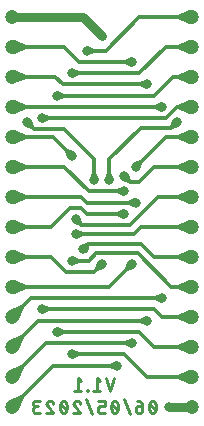
<source format=gbr>
G04 EAGLE Gerber RS-274X export*
G75*
%MOMM*%
%FSLAX34Y34*%
%LPD*%
%INBottom Copper*%
%IPPOS*%
%AMOC8*
5,1,8,0,0,1.08239X$1,22.5*%
G01*
%ADD10C,0.228600*%
%ADD11C,0.800000*%
%ADD12C,0.800000*%
%ADD13C,1.200000*%
%ADD14C,0.304800*%


D10*
X121892Y12700D02*
X121890Y12905D01*
X121882Y13110D01*
X121870Y13314D01*
X121853Y13518D01*
X121831Y13722D01*
X121804Y13925D01*
X121772Y14128D01*
X121736Y14329D01*
X121695Y14530D01*
X121649Y14729D01*
X121598Y14928D01*
X121542Y15125D01*
X121482Y15321D01*
X121417Y15515D01*
X121348Y15708D01*
X121274Y15899D01*
X121195Y16088D01*
X121112Y16275D01*
X121024Y16461D01*
X121024Y16460D02*
X120993Y16546D01*
X120958Y16631D01*
X120919Y16714D01*
X120876Y16795D01*
X120831Y16874D01*
X120782Y16952D01*
X120729Y17027D01*
X120674Y17100D01*
X120615Y17170D01*
X120554Y17238D01*
X120489Y17303D01*
X120422Y17365D01*
X120353Y17425D01*
X120280Y17481D01*
X120206Y17534D01*
X120129Y17584D01*
X120050Y17631D01*
X119970Y17674D01*
X119887Y17714D01*
X119803Y17750D01*
X119717Y17783D01*
X119631Y17812D01*
X119542Y17837D01*
X119453Y17858D01*
X119364Y17876D01*
X119273Y17889D01*
X119182Y17899D01*
X119091Y17905D01*
X118999Y17907D01*
X118907Y17905D01*
X118816Y17899D01*
X118725Y17889D01*
X118634Y17876D01*
X118545Y17858D01*
X118456Y17837D01*
X118367Y17812D01*
X118281Y17783D01*
X118195Y17750D01*
X118111Y17714D01*
X118028Y17674D01*
X117948Y17631D01*
X117869Y17584D01*
X117792Y17534D01*
X117718Y17481D01*
X117645Y17425D01*
X117576Y17365D01*
X117509Y17303D01*
X117444Y17238D01*
X117383Y17170D01*
X117324Y17100D01*
X117269Y17027D01*
X117216Y16952D01*
X117167Y16874D01*
X117122Y16795D01*
X117079Y16714D01*
X117040Y16631D01*
X117005Y16546D01*
X116974Y16460D01*
X116974Y16461D02*
X116886Y16275D01*
X116803Y16088D01*
X116724Y15899D01*
X116650Y15708D01*
X116581Y15515D01*
X116516Y15321D01*
X116456Y15125D01*
X116400Y14928D01*
X116349Y14729D01*
X116303Y14530D01*
X116262Y14329D01*
X116226Y14128D01*
X116194Y13925D01*
X116167Y13722D01*
X116145Y13518D01*
X116128Y13314D01*
X116116Y13110D01*
X116108Y12905D01*
X116106Y12700D01*
X121892Y12700D02*
X121890Y12495D01*
X121882Y12290D01*
X121870Y12086D01*
X121853Y11882D01*
X121831Y11678D01*
X121804Y11475D01*
X121772Y11273D01*
X121736Y11071D01*
X121695Y10870D01*
X121649Y10671D01*
X121598Y10472D01*
X121542Y10275D01*
X121482Y10079D01*
X121417Y9885D01*
X121348Y9692D01*
X121274Y9501D01*
X121195Y9312D01*
X121112Y9125D01*
X121024Y8939D01*
X121024Y8940D02*
X120993Y8854D01*
X120958Y8769D01*
X120919Y8686D01*
X120876Y8605D01*
X120831Y8526D01*
X120782Y8448D01*
X120729Y8373D01*
X120674Y8300D01*
X120615Y8230D01*
X120554Y8162D01*
X120489Y8097D01*
X120422Y8035D01*
X120353Y7975D01*
X120280Y7919D01*
X120206Y7866D01*
X120129Y7816D01*
X120050Y7769D01*
X119970Y7726D01*
X119887Y7686D01*
X119803Y7650D01*
X119717Y7617D01*
X119631Y7588D01*
X119542Y7563D01*
X119453Y7542D01*
X119364Y7524D01*
X119273Y7511D01*
X119182Y7501D01*
X119091Y7495D01*
X118999Y7493D01*
X116974Y8939D02*
X116886Y9125D01*
X116803Y9312D01*
X116724Y9501D01*
X116650Y9692D01*
X116581Y9885D01*
X116516Y10079D01*
X116456Y10275D01*
X116400Y10472D01*
X116349Y10671D01*
X116303Y10870D01*
X116262Y11071D01*
X116226Y11273D01*
X116194Y11475D01*
X116167Y11678D01*
X116145Y11882D01*
X116128Y12086D01*
X116116Y12290D01*
X116108Y12495D01*
X116106Y12700D01*
X116974Y8940D02*
X117005Y8854D01*
X117040Y8769D01*
X117079Y8686D01*
X117122Y8605D01*
X117167Y8526D01*
X117216Y8448D01*
X117269Y8373D01*
X117324Y8300D01*
X117383Y8230D01*
X117444Y8162D01*
X117509Y8097D01*
X117576Y8035D01*
X117645Y7975D01*
X117718Y7919D01*
X117792Y7866D01*
X117869Y7816D01*
X117948Y7769D01*
X118028Y7726D01*
X118111Y7686D01*
X118195Y7650D01*
X118281Y7617D01*
X118367Y7588D01*
X118456Y7563D01*
X118545Y7542D01*
X118634Y7524D01*
X118725Y7511D01*
X118816Y7501D01*
X118907Y7495D01*
X118999Y7493D01*
X121313Y9807D02*
X116685Y15593D01*
X110462Y13279D02*
X106990Y13279D01*
X106990Y13278D02*
X106894Y13276D01*
X106799Y13270D01*
X106704Y13260D01*
X106609Y13246D01*
X106515Y13229D01*
X106422Y13207D01*
X106330Y13182D01*
X106239Y13153D01*
X106149Y13120D01*
X106060Y13083D01*
X105974Y13043D01*
X105889Y12999D01*
X105806Y12952D01*
X105724Y12901D01*
X105645Y12847D01*
X105569Y12790D01*
X105494Y12730D01*
X105423Y12666D01*
X105354Y12600D01*
X105288Y12531D01*
X105224Y12460D01*
X105164Y12385D01*
X105107Y12309D01*
X105053Y12230D01*
X105002Y12149D01*
X104955Y12065D01*
X104911Y11980D01*
X104871Y11894D01*
X104834Y11805D01*
X104801Y11715D01*
X104772Y11624D01*
X104747Y11532D01*
X104725Y11439D01*
X104708Y11345D01*
X104694Y11250D01*
X104684Y11155D01*
X104678Y11060D01*
X104676Y10964D01*
X104676Y10386D01*
X104678Y10279D01*
X104684Y10172D01*
X104694Y10066D01*
X104708Y9960D01*
X104725Y9854D01*
X104747Y9750D01*
X104772Y9646D01*
X104802Y9543D01*
X104835Y9441D01*
X104871Y9341D01*
X104912Y9242D01*
X104956Y9145D01*
X105004Y9049D01*
X105055Y8955D01*
X105109Y8863D01*
X105167Y8773D01*
X105229Y8686D01*
X105293Y8600D01*
X105360Y8517D01*
X105431Y8437D01*
X105505Y8359D01*
X105581Y8284D01*
X105660Y8212D01*
X105741Y8143D01*
X105826Y8077D01*
X105912Y8014D01*
X106001Y7955D01*
X106092Y7899D01*
X106185Y7846D01*
X106279Y7796D01*
X106376Y7750D01*
X106474Y7708D01*
X106574Y7670D01*
X106675Y7635D01*
X106777Y7603D01*
X106881Y7576D01*
X106985Y7553D01*
X107090Y7533D01*
X107196Y7517D01*
X107302Y7505D01*
X107409Y7497D01*
X107516Y7493D01*
X107622Y7493D01*
X107729Y7497D01*
X107836Y7505D01*
X107942Y7517D01*
X108048Y7533D01*
X108153Y7553D01*
X108257Y7576D01*
X108361Y7603D01*
X108463Y7635D01*
X108564Y7670D01*
X108664Y7708D01*
X108762Y7750D01*
X108859Y7796D01*
X108953Y7846D01*
X109046Y7899D01*
X109137Y7955D01*
X109226Y8014D01*
X109312Y8077D01*
X109397Y8143D01*
X109478Y8212D01*
X109557Y8284D01*
X109633Y8359D01*
X109707Y8437D01*
X109778Y8517D01*
X109845Y8600D01*
X109909Y8686D01*
X109971Y8773D01*
X110029Y8863D01*
X110083Y8955D01*
X110134Y9049D01*
X110182Y9145D01*
X110226Y9242D01*
X110267Y9341D01*
X110303Y9441D01*
X110336Y9543D01*
X110366Y9646D01*
X110391Y9750D01*
X110413Y9854D01*
X110430Y9960D01*
X110444Y10066D01*
X110454Y10172D01*
X110460Y10279D01*
X110462Y10386D01*
X110462Y13279D01*
X110461Y13279D02*
X110459Y13414D01*
X110453Y13548D01*
X110443Y13682D01*
X110430Y13816D01*
X110412Y13950D01*
X110391Y14083D01*
X110365Y14215D01*
X110336Y14346D01*
X110303Y14477D01*
X110267Y14606D01*
X110226Y14735D01*
X110182Y14862D01*
X110134Y14988D01*
X110083Y15112D01*
X110027Y15235D01*
X109969Y15356D01*
X109907Y15475D01*
X109841Y15593D01*
X109772Y15709D01*
X109700Y15822D01*
X109624Y15934D01*
X109545Y16043D01*
X109463Y16149D01*
X109378Y16254D01*
X109290Y16356D01*
X109199Y16455D01*
X109105Y16551D01*
X109009Y16645D01*
X108910Y16736D01*
X108808Y16824D01*
X108703Y16909D01*
X108597Y16991D01*
X108488Y17070D01*
X108376Y17146D01*
X108263Y17218D01*
X108147Y17287D01*
X108029Y17353D01*
X107910Y17415D01*
X107789Y17473D01*
X107666Y17529D01*
X107542Y17580D01*
X107416Y17628D01*
X107289Y17672D01*
X107160Y17713D01*
X107031Y17749D01*
X106900Y17782D01*
X106769Y17811D01*
X106637Y17837D01*
X106504Y17858D01*
X106370Y17876D01*
X106236Y17889D01*
X106102Y17899D01*
X105968Y17905D01*
X105833Y17907D01*
X94968Y19064D02*
X99596Y6336D01*
X89888Y12700D02*
X89886Y12905D01*
X89878Y13110D01*
X89866Y13314D01*
X89849Y13518D01*
X89827Y13722D01*
X89800Y13925D01*
X89768Y14128D01*
X89732Y14329D01*
X89691Y14530D01*
X89645Y14729D01*
X89594Y14928D01*
X89538Y15125D01*
X89478Y15321D01*
X89413Y15515D01*
X89344Y15708D01*
X89270Y15899D01*
X89191Y16088D01*
X89108Y16275D01*
X89020Y16461D01*
X89020Y16460D02*
X88989Y16546D01*
X88954Y16631D01*
X88915Y16714D01*
X88872Y16795D01*
X88827Y16874D01*
X88778Y16952D01*
X88725Y17027D01*
X88670Y17100D01*
X88611Y17170D01*
X88550Y17238D01*
X88485Y17303D01*
X88418Y17365D01*
X88349Y17425D01*
X88276Y17481D01*
X88202Y17534D01*
X88125Y17584D01*
X88046Y17631D01*
X87966Y17674D01*
X87883Y17714D01*
X87799Y17750D01*
X87713Y17783D01*
X87627Y17812D01*
X87538Y17837D01*
X87449Y17858D01*
X87360Y17876D01*
X87269Y17889D01*
X87178Y17899D01*
X87087Y17905D01*
X86995Y17907D01*
X86903Y17905D01*
X86812Y17899D01*
X86721Y17889D01*
X86630Y17876D01*
X86541Y17858D01*
X86452Y17837D01*
X86363Y17812D01*
X86277Y17783D01*
X86191Y17750D01*
X86107Y17714D01*
X86024Y17674D01*
X85944Y17631D01*
X85865Y17584D01*
X85788Y17534D01*
X85714Y17481D01*
X85641Y17425D01*
X85572Y17365D01*
X85505Y17303D01*
X85440Y17238D01*
X85379Y17170D01*
X85320Y17100D01*
X85265Y17027D01*
X85212Y16952D01*
X85163Y16874D01*
X85118Y16795D01*
X85075Y16714D01*
X85036Y16631D01*
X85001Y16546D01*
X84970Y16460D01*
X84970Y16461D02*
X84882Y16275D01*
X84799Y16088D01*
X84720Y15899D01*
X84646Y15708D01*
X84577Y15515D01*
X84512Y15321D01*
X84452Y15125D01*
X84396Y14928D01*
X84345Y14729D01*
X84299Y14530D01*
X84258Y14329D01*
X84222Y14128D01*
X84190Y13925D01*
X84163Y13722D01*
X84141Y13518D01*
X84124Y13314D01*
X84112Y13110D01*
X84104Y12905D01*
X84102Y12700D01*
X89888Y12700D02*
X89886Y12495D01*
X89878Y12290D01*
X89866Y12086D01*
X89849Y11882D01*
X89827Y11678D01*
X89800Y11475D01*
X89768Y11273D01*
X89732Y11071D01*
X89691Y10870D01*
X89645Y10671D01*
X89594Y10472D01*
X89538Y10275D01*
X89478Y10079D01*
X89413Y9885D01*
X89344Y9692D01*
X89270Y9501D01*
X89191Y9312D01*
X89108Y9125D01*
X89020Y8939D01*
X89020Y8940D02*
X88989Y8854D01*
X88954Y8769D01*
X88915Y8686D01*
X88872Y8605D01*
X88827Y8526D01*
X88778Y8448D01*
X88725Y8373D01*
X88670Y8300D01*
X88611Y8230D01*
X88550Y8162D01*
X88485Y8097D01*
X88418Y8035D01*
X88349Y7975D01*
X88276Y7919D01*
X88202Y7866D01*
X88125Y7816D01*
X88046Y7769D01*
X87966Y7726D01*
X87883Y7686D01*
X87799Y7650D01*
X87713Y7617D01*
X87627Y7588D01*
X87538Y7563D01*
X87449Y7542D01*
X87360Y7524D01*
X87269Y7511D01*
X87178Y7501D01*
X87087Y7495D01*
X86995Y7493D01*
X84970Y8939D02*
X84882Y9125D01*
X84799Y9312D01*
X84720Y9501D01*
X84646Y9692D01*
X84577Y9885D01*
X84512Y10079D01*
X84452Y10275D01*
X84396Y10472D01*
X84345Y10671D01*
X84299Y10870D01*
X84258Y11071D01*
X84222Y11273D01*
X84190Y11475D01*
X84163Y11678D01*
X84141Y11882D01*
X84124Y12086D01*
X84112Y12290D01*
X84104Y12495D01*
X84102Y12700D01*
X84970Y8940D02*
X85001Y8854D01*
X85036Y8769D01*
X85075Y8686D01*
X85118Y8605D01*
X85163Y8526D01*
X85212Y8448D01*
X85265Y8373D01*
X85320Y8300D01*
X85379Y8230D01*
X85440Y8162D01*
X85505Y8097D01*
X85572Y8035D01*
X85641Y7975D01*
X85714Y7919D01*
X85788Y7866D01*
X85865Y7816D01*
X85944Y7769D01*
X86024Y7726D01*
X86107Y7686D01*
X86191Y7650D01*
X86277Y7617D01*
X86363Y7588D01*
X86452Y7563D01*
X86541Y7542D01*
X86630Y7524D01*
X86721Y7511D01*
X86812Y7501D01*
X86903Y7495D01*
X86995Y7493D01*
X89309Y9807D02*
X84681Y15593D01*
X78458Y7493D02*
X74986Y7493D01*
X74893Y7495D01*
X74800Y7501D01*
X74707Y7510D01*
X74615Y7523D01*
X74523Y7540D01*
X74432Y7560D01*
X74342Y7584D01*
X74253Y7612D01*
X74165Y7643D01*
X74079Y7678D01*
X73994Y7716D01*
X73911Y7758D01*
X73829Y7803D01*
X73749Y7851D01*
X73671Y7903D01*
X73596Y7957D01*
X73523Y8015D01*
X73452Y8075D01*
X73383Y8138D01*
X73317Y8204D01*
X73254Y8273D01*
X73194Y8344D01*
X73136Y8417D01*
X73082Y8492D01*
X73030Y8570D01*
X72982Y8650D01*
X72937Y8732D01*
X72895Y8815D01*
X72857Y8900D01*
X72822Y8986D01*
X72791Y9074D01*
X72763Y9163D01*
X72739Y9253D01*
X72719Y9344D01*
X72702Y9436D01*
X72689Y9528D01*
X72680Y9621D01*
X72674Y9714D01*
X72672Y9807D01*
X72672Y10964D01*
X72674Y11057D01*
X72680Y11150D01*
X72689Y11243D01*
X72702Y11335D01*
X72719Y11427D01*
X72739Y11518D01*
X72763Y11608D01*
X72791Y11697D01*
X72822Y11785D01*
X72857Y11871D01*
X72895Y11956D01*
X72937Y12039D01*
X72982Y12121D01*
X73030Y12201D01*
X73082Y12279D01*
X73136Y12354D01*
X73194Y12427D01*
X73254Y12498D01*
X73317Y12567D01*
X73383Y12633D01*
X73452Y12696D01*
X73523Y12756D01*
X73596Y12814D01*
X73672Y12868D01*
X73749Y12920D01*
X73829Y12968D01*
X73911Y13013D01*
X73994Y13055D01*
X74079Y13093D01*
X74165Y13128D01*
X74253Y13159D01*
X74342Y13187D01*
X74432Y13211D01*
X74523Y13231D01*
X74615Y13248D01*
X74707Y13261D01*
X74800Y13270D01*
X74893Y13276D01*
X74986Y13278D01*
X74986Y13279D02*
X78458Y13279D01*
X78458Y17907D01*
X72672Y17907D01*
X62964Y19064D02*
X67592Y6336D01*
X54702Y17908D02*
X54602Y17906D01*
X54503Y17900D01*
X54403Y17891D01*
X54305Y17877D01*
X54206Y17860D01*
X54109Y17840D01*
X54012Y17815D01*
X53916Y17787D01*
X53822Y17755D01*
X53729Y17719D01*
X53637Y17680D01*
X53547Y17638D01*
X53458Y17592D01*
X53371Y17542D01*
X53287Y17490D01*
X53204Y17434D01*
X53123Y17375D01*
X53045Y17313D01*
X52969Y17248D01*
X52896Y17180D01*
X52826Y17110D01*
X52758Y17037D01*
X52693Y16961D01*
X52631Y16883D01*
X52572Y16802D01*
X52516Y16719D01*
X52464Y16635D01*
X52414Y16548D01*
X52368Y16459D01*
X52326Y16369D01*
X52287Y16277D01*
X52251Y16184D01*
X52219Y16090D01*
X52191Y15994D01*
X52166Y15897D01*
X52146Y15800D01*
X52129Y15701D01*
X52115Y15603D01*
X52106Y15503D01*
X52100Y15404D01*
X52098Y15304D01*
X54702Y17907D02*
X54816Y17905D01*
X54929Y17899D01*
X55042Y17890D01*
X55155Y17876D01*
X55268Y17859D01*
X55379Y17838D01*
X55490Y17813D01*
X55600Y17784D01*
X55709Y17752D01*
X55817Y17716D01*
X55924Y17676D01*
X56029Y17633D01*
X56132Y17586D01*
X56234Y17535D01*
X56334Y17482D01*
X56433Y17424D01*
X56529Y17364D01*
X56623Y17300D01*
X56715Y17233D01*
X56805Y17163D01*
X56892Y17090D01*
X56977Y17015D01*
X57059Y16936D01*
X57138Y16854D01*
X57214Y16770D01*
X57288Y16684D01*
X57359Y16595D01*
X57426Y16503D01*
X57491Y16409D01*
X57552Y16314D01*
X57610Y16216D01*
X57664Y16116D01*
X57715Y16014D01*
X57763Y15911D01*
X57807Y15806D01*
X57847Y15700D01*
X57884Y15593D01*
X52966Y13279D02*
X52893Y13351D01*
X52822Y13426D01*
X52755Y13504D01*
X52690Y13584D01*
X52628Y13666D01*
X52569Y13750D01*
X52514Y13837D01*
X52461Y13926D01*
X52412Y14016D01*
X52366Y14108D01*
X52324Y14202D01*
X52285Y14298D01*
X52250Y14394D01*
X52218Y14492D01*
X52190Y14591D01*
X52166Y14691D01*
X52145Y14792D01*
X52128Y14894D01*
X52115Y14996D01*
X52106Y15098D01*
X52100Y15201D01*
X52098Y15304D01*
X52966Y13279D02*
X57884Y7493D01*
X52098Y7493D01*
X46454Y12700D02*
X46452Y12905D01*
X46444Y13110D01*
X46432Y13314D01*
X46415Y13518D01*
X46393Y13722D01*
X46366Y13925D01*
X46334Y14128D01*
X46298Y14329D01*
X46257Y14530D01*
X46211Y14729D01*
X46160Y14928D01*
X46104Y15125D01*
X46044Y15321D01*
X45979Y15515D01*
X45910Y15708D01*
X45836Y15899D01*
X45757Y16088D01*
X45674Y16275D01*
X45586Y16461D01*
X45586Y16460D02*
X45555Y16546D01*
X45520Y16631D01*
X45481Y16714D01*
X45438Y16795D01*
X45393Y16874D01*
X45344Y16952D01*
X45291Y17027D01*
X45236Y17100D01*
X45177Y17170D01*
X45116Y17238D01*
X45051Y17303D01*
X44984Y17365D01*
X44915Y17425D01*
X44842Y17481D01*
X44768Y17534D01*
X44691Y17584D01*
X44612Y17631D01*
X44532Y17674D01*
X44449Y17714D01*
X44365Y17750D01*
X44279Y17783D01*
X44193Y17812D01*
X44104Y17837D01*
X44015Y17858D01*
X43926Y17876D01*
X43835Y17889D01*
X43744Y17899D01*
X43653Y17905D01*
X43561Y17907D01*
X43469Y17905D01*
X43378Y17899D01*
X43287Y17889D01*
X43196Y17876D01*
X43107Y17858D01*
X43018Y17837D01*
X42929Y17812D01*
X42843Y17783D01*
X42757Y17750D01*
X42673Y17714D01*
X42590Y17674D01*
X42510Y17631D01*
X42431Y17584D01*
X42354Y17534D01*
X42280Y17481D01*
X42207Y17425D01*
X42138Y17365D01*
X42071Y17303D01*
X42006Y17238D01*
X41945Y17170D01*
X41886Y17100D01*
X41831Y17027D01*
X41778Y16952D01*
X41729Y16874D01*
X41684Y16795D01*
X41641Y16714D01*
X41602Y16631D01*
X41567Y16546D01*
X41536Y16460D01*
X41536Y16461D02*
X41448Y16275D01*
X41365Y16088D01*
X41286Y15899D01*
X41212Y15708D01*
X41143Y15515D01*
X41078Y15321D01*
X41018Y15125D01*
X40962Y14928D01*
X40911Y14729D01*
X40865Y14530D01*
X40824Y14329D01*
X40788Y14128D01*
X40756Y13925D01*
X40729Y13722D01*
X40707Y13518D01*
X40690Y13314D01*
X40678Y13110D01*
X40670Y12905D01*
X40668Y12700D01*
X46454Y12700D02*
X46452Y12495D01*
X46444Y12290D01*
X46432Y12086D01*
X46415Y11882D01*
X46393Y11678D01*
X46366Y11475D01*
X46334Y11273D01*
X46298Y11071D01*
X46257Y10870D01*
X46211Y10671D01*
X46160Y10472D01*
X46104Y10275D01*
X46044Y10079D01*
X45979Y9885D01*
X45910Y9692D01*
X45836Y9501D01*
X45757Y9312D01*
X45674Y9125D01*
X45586Y8939D01*
X45586Y8940D02*
X45555Y8854D01*
X45520Y8769D01*
X45481Y8686D01*
X45438Y8605D01*
X45393Y8526D01*
X45344Y8448D01*
X45291Y8373D01*
X45236Y8300D01*
X45177Y8230D01*
X45116Y8162D01*
X45051Y8097D01*
X44984Y8035D01*
X44915Y7975D01*
X44842Y7919D01*
X44768Y7866D01*
X44691Y7816D01*
X44612Y7769D01*
X44532Y7726D01*
X44449Y7686D01*
X44365Y7650D01*
X44279Y7617D01*
X44193Y7588D01*
X44104Y7563D01*
X44015Y7542D01*
X43926Y7524D01*
X43835Y7511D01*
X43744Y7501D01*
X43653Y7495D01*
X43561Y7493D01*
X41536Y8939D02*
X41448Y9125D01*
X41365Y9312D01*
X41286Y9501D01*
X41212Y9692D01*
X41143Y9885D01*
X41078Y10079D01*
X41018Y10275D01*
X40962Y10472D01*
X40911Y10671D01*
X40865Y10870D01*
X40824Y11071D01*
X40788Y11273D01*
X40756Y11475D01*
X40729Y11678D01*
X40707Y11882D01*
X40690Y12086D01*
X40678Y12290D01*
X40670Y12495D01*
X40668Y12700D01*
X41536Y8940D02*
X41567Y8854D01*
X41602Y8769D01*
X41641Y8686D01*
X41684Y8605D01*
X41729Y8526D01*
X41778Y8448D01*
X41831Y8373D01*
X41886Y8300D01*
X41945Y8230D01*
X42006Y8162D01*
X42071Y8097D01*
X42138Y8035D01*
X42207Y7975D01*
X42280Y7919D01*
X42354Y7866D01*
X42431Y7816D01*
X42510Y7769D01*
X42590Y7726D01*
X42673Y7686D01*
X42757Y7650D01*
X42843Y7617D01*
X42929Y7588D01*
X43018Y7563D01*
X43107Y7542D01*
X43196Y7524D01*
X43287Y7511D01*
X43378Y7501D01*
X43469Y7495D01*
X43561Y7493D01*
X45875Y9807D02*
X41247Y15593D01*
X31842Y17908D02*
X31742Y17906D01*
X31643Y17900D01*
X31543Y17891D01*
X31445Y17877D01*
X31346Y17860D01*
X31249Y17840D01*
X31152Y17815D01*
X31056Y17787D01*
X30962Y17755D01*
X30869Y17719D01*
X30777Y17680D01*
X30687Y17638D01*
X30598Y17592D01*
X30511Y17542D01*
X30427Y17490D01*
X30344Y17434D01*
X30263Y17375D01*
X30185Y17313D01*
X30109Y17248D01*
X30036Y17180D01*
X29966Y17110D01*
X29898Y17037D01*
X29833Y16961D01*
X29771Y16883D01*
X29712Y16802D01*
X29656Y16719D01*
X29604Y16635D01*
X29554Y16548D01*
X29508Y16459D01*
X29466Y16369D01*
X29427Y16277D01*
X29391Y16184D01*
X29359Y16090D01*
X29331Y15994D01*
X29306Y15897D01*
X29286Y15800D01*
X29269Y15701D01*
X29255Y15603D01*
X29246Y15503D01*
X29240Y15404D01*
X29238Y15304D01*
X31842Y17907D02*
X31956Y17905D01*
X32069Y17899D01*
X32182Y17890D01*
X32295Y17876D01*
X32408Y17859D01*
X32519Y17838D01*
X32630Y17813D01*
X32740Y17784D01*
X32849Y17752D01*
X32957Y17716D01*
X33064Y17676D01*
X33169Y17633D01*
X33272Y17586D01*
X33374Y17535D01*
X33474Y17482D01*
X33573Y17424D01*
X33669Y17364D01*
X33763Y17300D01*
X33855Y17233D01*
X33945Y17163D01*
X34032Y17090D01*
X34117Y17015D01*
X34199Y16936D01*
X34278Y16854D01*
X34354Y16770D01*
X34428Y16684D01*
X34499Y16595D01*
X34566Y16503D01*
X34631Y16409D01*
X34692Y16314D01*
X34750Y16216D01*
X34804Y16116D01*
X34855Y16014D01*
X34903Y15911D01*
X34947Y15806D01*
X34987Y15700D01*
X35024Y15593D01*
X30106Y13279D02*
X30033Y13351D01*
X29962Y13426D01*
X29895Y13504D01*
X29830Y13584D01*
X29768Y13666D01*
X29709Y13750D01*
X29654Y13837D01*
X29601Y13926D01*
X29552Y14016D01*
X29506Y14108D01*
X29464Y14202D01*
X29425Y14298D01*
X29390Y14394D01*
X29358Y14492D01*
X29330Y14591D01*
X29306Y14691D01*
X29285Y14792D01*
X29268Y14894D01*
X29255Y14996D01*
X29246Y15098D01*
X29240Y15201D01*
X29238Y15304D01*
X30106Y13279D02*
X35024Y7493D01*
X29238Y7493D01*
X23594Y7493D02*
X20701Y7493D01*
X20594Y7495D01*
X20487Y7501D01*
X20381Y7511D01*
X20275Y7525D01*
X20169Y7542D01*
X20065Y7564D01*
X19961Y7589D01*
X19858Y7619D01*
X19756Y7652D01*
X19656Y7688D01*
X19557Y7729D01*
X19460Y7773D01*
X19364Y7821D01*
X19270Y7872D01*
X19178Y7926D01*
X19088Y7984D01*
X19001Y8046D01*
X18915Y8110D01*
X18832Y8177D01*
X18752Y8248D01*
X18674Y8322D01*
X18599Y8398D01*
X18527Y8477D01*
X18458Y8558D01*
X18392Y8643D01*
X18329Y8729D01*
X18270Y8818D01*
X18214Y8909D01*
X18161Y9002D01*
X18111Y9096D01*
X18065Y9193D01*
X18023Y9291D01*
X17985Y9391D01*
X17950Y9492D01*
X17918Y9594D01*
X17891Y9698D01*
X17868Y9802D01*
X17848Y9907D01*
X17832Y10013D01*
X17820Y10119D01*
X17812Y10226D01*
X17808Y10333D01*
X17808Y10439D01*
X17812Y10546D01*
X17820Y10653D01*
X17832Y10759D01*
X17848Y10865D01*
X17868Y10970D01*
X17891Y11074D01*
X17918Y11178D01*
X17950Y11280D01*
X17985Y11381D01*
X18023Y11481D01*
X18065Y11579D01*
X18111Y11676D01*
X18161Y11770D01*
X18214Y11863D01*
X18270Y11954D01*
X18329Y12043D01*
X18392Y12129D01*
X18458Y12214D01*
X18527Y12295D01*
X18599Y12374D01*
X18674Y12450D01*
X18752Y12524D01*
X18832Y12595D01*
X18915Y12662D01*
X19001Y12726D01*
X19088Y12788D01*
X19178Y12846D01*
X19270Y12900D01*
X19364Y12951D01*
X19460Y12999D01*
X19557Y13043D01*
X19656Y13084D01*
X19756Y13120D01*
X19858Y13153D01*
X19961Y13183D01*
X20065Y13208D01*
X20169Y13230D01*
X20275Y13247D01*
X20381Y13261D01*
X20487Y13271D01*
X20594Y13277D01*
X20701Y13279D01*
X20123Y17907D02*
X23594Y17907D01*
X20123Y17907D02*
X20029Y17905D01*
X19934Y17899D01*
X19840Y17890D01*
X19747Y17876D01*
X19654Y17859D01*
X19562Y17838D01*
X19471Y17813D01*
X19381Y17785D01*
X19292Y17753D01*
X19205Y17717D01*
X19119Y17678D01*
X19035Y17635D01*
X18952Y17589D01*
X18872Y17540D01*
X18794Y17487D01*
X18717Y17431D01*
X18644Y17372D01*
X18572Y17311D01*
X18504Y17246D01*
X18437Y17178D01*
X18374Y17108D01*
X18314Y17036D01*
X18256Y16961D01*
X18202Y16883D01*
X18151Y16804D01*
X18103Y16723D01*
X18059Y16639D01*
X18018Y16554D01*
X17981Y16468D01*
X17947Y16380D01*
X17916Y16290D01*
X17890Y16200D01*
X17867Y16108D01*
X17848Y16015D01*
X17833Y15922D01*
X17821Y15829D01*
X17813Y15735D01*
X17809Y15640D01*
X17809Y15546D01*
X17813Y15451D01*
X17821Y15357D01*
X17833Y15264D01*
X17848Y15171D01*
X17867Y15078D01*
X17890Y14986D01*
X17916Y14896D01*
X17947Y14806D01*
X17981Y14718D01*
X18018Y14632D01*
X18059Y14547D01*
X18103Y14463D01*
X18151Y14382D01*
X18202Y14303D01*
X18256Y14225D01*
X18314Y14150D01*
X18374Y14078D01*
X18437Y14008D01*
X18504Y13940D01*
X18572Y13875D01*
X18644Y13814D01*
X18717Y13755D01*
X18794Y13699D01*
X18872Y13646D01*
X18952Y13597D01*
X19035Y13551D01*
X19119Y13508D01*
X19205Y13469D01*
X19292Y13433D01*
X19381Y13401D01*
X19471Y13373D01*
X19562Y13348D01*
X19654Y13327D01*
X19747Y13310D01*
X19840Y13296D01*
X19934Y13287D01*
X20029Y13281D01*
X20123Y13279D01*
X22437Y13279D01*
X83277Y26543D02*
X86748Y36957D01*
X79805Y36957D02*
X83277Y26543D01*
X74739Y34643D02*
X71847Y36957D01*
X71847Y26543D01*
X74739Y26543D02*
X68954Y26543D01*
X64135Y26543D02*
X64135Y27122D01*
X63556Y27122D01*
X63556Y26543D01*
X64135Y26543D01*
X58738Y34643D02*
X55845Y36957D01*
X55845Y26543D01*
X58738Y26543D02*
X52952Y26543D01*
D11*
X76200Y327025D03*
D12*
X60325Y342900D01*
X0Y342900D01*
D13*
X0Y342900D03*
D11*
X104775Y185738D03*
D14*
X63500Y185738D01*
X58738Y190500D01*
X0Y190500D01*
D13*
X0Y190500D03*
D14*
X98775Y185738D02*
X103753Y183482D01*
X104775Y185738D01*
X103753Y187993D02*
X98775Y185738D01*
X103753Y187993D02*
X104775Y185738D01*
X12000Y190500D02*
X1670Y194653D01*
X0Y190500D01*
X1670Y186347D02*
X12000Y190500D01*
X1670Y186347D02*
X0Y190500D01*
D11*
X82550Y204788D03*
D14*
X134938Y249238D02*
X139700Y254000D01*
X134938Y249238D02*
X109538Y249238D01*
X82550Y222250D01*
X82550Y204788D01*
D11*
X139700Y254000D03*
D14*
X82550Y210788D02*
X80295Y205809D01*
X82550Y204788D01*
X84805Y205809D02*
X82550Y210788D01*
X84805Y205809D02*
X82550Y204788D01*
X135457Y249757D02*
X140572Y251683D01*
X139700Y254000D01*
X137383Y254872D02*
X135457Y249757D01*
X137383Y254872D02*
X139700Y254000D01*
D11*
X50800Y136525D03*
D14*
X134938Y114300D02*
X152400Y114300D01*
X134938Y114300D02*
X106363Y142875D01*
X71438Y142875D01*
X65088Y136525D01*
X50800Y136525D01*
D13*
X152400Y114300D03*
D14*
X56800Y136525D02*
X51822Y138780D01*
X50800Y136525D01*
X51822Y134270D02*
X56800Y136525D01*
X51822Y134270D02*
X50800Y136525D01*
X140400Y114300D02*
X150730Y110147D01*
X152400Y114300D01*
X150730Y118453D02*
X140400Y114300D01*
X150730Y118453D02*
X152400Y114300D01*
D11*
X60325Y146050D03*
D14*
X120650Y139700D02*
X152400Y139700D01*
X120650Y139700D02*
X109538Y150813D01*
X65088Y150813D01*
X60325Y146050D01*
D13*
X152400Y139700D03*
D14*
X64568Y150293D02*
X59453Y148367D01*
X60325Y146050D01*
X62642Y145178D02*
X64568Y150293D01*
X62642Y145178D02*
X60325Y146050D01*
X140400Y139700D02*
X150730Y135547D01*
X152400Y139700D01*
X150730Y143853D02*
X140400Y139700D01*
X150730Y143853D02*
X152400Y139700D01*
D11*
X53975Y158750D03*
D14*
X109538Y165100D02*
X152400Y165100D01*
X109538Y165100D02*
X103188Y158750D01*
X53975Y158750D01*
D13*
X152400Y165100D03*
D14*
X59975Y158750D02*
X54997Y161005D01*
X53975Y158750D01*
X54997Y156495D02*
X59975Y158750D01*
X54997Y156495D02*
X53975Y158750D01*
X140400Y165100D02*
X150730Y160947D01*
X152400Y165100D01*
X150730Y169253D02*
X140400Y165100D01*
X150730Y169253D02*
X152400Y165100D01*
D11*
X53975Y171450D03*
D14*
X123825Y190500D02*
X152400Y190500D01*
X123825Y190500D02*
X100013Y166688D01*
X58738Y166688D02*
X53975Y171450D01*
X58738Y166688D02*
X100013Y166688D01*
D13*
X152400Y190500D03*
D14*
X58218Y167207D02*
X56292Y172322D01*
X53975Y171450D01*
X53103Y169133D02*
X58218Y167207D01*
X53103Y169133D02*
X53975Y171450D01*
X140400Y190500D02*
X150730Y186347D01*
X152400Y190500D01*
X150730Y194653D02*
X140400Y190500D01*
X150730Y194653D02*
X152400Y190500D01*
D11*
X95250Y207963D03*
D14*
X100013Y203200D02*
X107950Y203200D01*
X120650Y215900D02*
X152400Y215900D01*
X120650Y215900D02*
X107950Y203200D01*
X100013Y203200D02*
X95250Y207963D01*
D13*
X152400Y215900D03*
D14*
X99493Y203720D02*
X97567Y208835D01*
X95250Y207963D01*
X94378Y205645D02*
X99493Y203720D01*
X94378Y205645D02*
X95250Y207963D01*
X140400Y215900D02*
X150730Y211747D01*
X152400Y215900D01*
X150730Y220053D02*
X140400Y215900D01*
X150730Y220053D02*
X152400Y215900D01*
D11*
X104775Y215900D03*
D14*
X130175Y241300D02*
X152400Y241300D01*
X130175Y241300D02*
X104775Y215900D01*
D13*
X152400Y241300D03*
D14*
X109018Y220143D02*
X103903Y218217D01*
X104775Y215900D01*
X107092Y215028D02*
X109018Y220143D01*
X107092Y215028D02*
X104775Y215900D01*
X140400Y241300D02*
X150730Y237147D01*
X152400Y241300D01*
X150730Y245453D02*
X140400Y241300D01*
X150730Y245453D02*
X152400Y241300D01*
D11*
X25400Y257175D03*
D14*
X130175Y257175D02*
X139700Y266700D01*
X152400Y266700D01*
X130175Y257175D02*
X25400Y257175D01*
D13*
X152400Y266700D03*
D14*
X31400Y257175D02*
X26422Y259430D01*
X25400Y257175D01*
X26422Y254920D02*
X31400Y257175D01*
X26422Y254920D02*
X25400Y257175D01*
X140400Y266700D02*
X150730Y262547D01*
X152400Y266700D01*
X150730Y270853D02*
X140400Y266700D01*
X150730Y270853D02*
X152400Y266700D01*
D11*
X38100Y276225D03*
D14*
X136525Y292100D02*
X152400Y292100D01*
X136525Y292100D02*
X120650Y276225D01*
X38100Y276225D01*
D13*
X152400Y292100D03*
D14*
X44100Y276225D02*
X39122Y278480D01*
X38100Y276225D01*
X39122Y273970D02*
X44100Y276225D01*
X39122Y273970D02*
X38100Y276225D01*
X140400Y292100D02*
X150730Y287947D01*
X152400Y292100D01*
X150730Y296253D02*
X140400Y292100D01*
X150730Y296253D02*
X152400Y292100D01*
D11*
X127000Y266700D03*
D14*
X0Y266700D01*
D13*
X0Y266700D03*
D14*
X121000Y266700D02*
X125978Y264445D01*
X127000Y266700D01*
X125978Y268955D02*
X121000Y266700D01*
X125978Y268955D02*
X127000Y266700D01*
X12000Y266700D02*
X1670Y270853D01*
X0Y266700D01*
X1670Y262547D02*
X12000Y266700D01*
X1670Y262547D02*
X0Y266700D01*
D11*
X50800Y225425D03*
D14*
X34925Y241300D01*
X0Y241300D01*
D13*
X0Y241300D03*
D14*
X46557Y229668D02*
X48483Y224553D01*
X50800Y225425D01*
X51672Y227742D02*
X46557Y229668D01*
X51672Y227742D02*
X50800Y225425D01*
X12000Y241300D02*
X1670Y245453D01*
X0Y241300D01*
X1670Y237147D02*
X12000Y241300D01*
X1670Y237147D02*
X0Y241300D01*
D11*
X95250Y176213D03*
D14*
X63500Y176213D01*
X58738Y180975D01*
X49213Y180975D01*
X33338Y165100D01*
X0Y165100D01*
D13*
X0Y165100D03*
D14*
X89250Y176213D02*
X94228Y173957D01*
X95250Y176213D01*
X94228Y178468D02*
X89250Y176213D01*
X94228Y178468D02*
X95250Y176213D01*
X12000Y165100D02*
X1670Y169253D01*
X0Y165100D01*
X1670Y160947D02*
X12000Y165100D01*
X1670Y160947D02*
X0Y165100D01*
D11*
X95250Y195263D03*
D14*
X65088Y195263D01*
X44450Y215900D01*
X0Y215900D01*
D13*
X0Y215900D03*
D14*
X89250Y195263D02*
X94228Y193007D01*
X95250Y195263D01*
X94228Y197518D02*
X89250Y195263D01*
X94228Y197518D02*
X95250Y195263D01*
X12000Y215900D02*
X1670Y220053D01*
X0Y215900D01*
X1670Y211747D02*
X12000Y215900D01*
X1670Y211747D02*
X0Y215900D01*
D11*
X50800Y295275D03*
D14*
X130175Y317500D02*
X152400Y317500D01*
X130175Y317500D02*
X107950Y295275D01*
X50800Y295275D01*
D13*
X152400Y317500D03*
D14*
X56800Y295275D02*
X51822Y297530D01*
X50800Y295275D01*
X51822Y293020D02*
X56800Y295275D01*
X51822Y293020D02*
X50800Y295275D01*
X140400Y317500D02*
X150730Y313347D01*
X152400Y317500D01*
X150730Y321653D02*
X140400Y317500D01*
X150730Y321653D02*
X152400Y317500D01*
D11*
X114300Y285750D03*
D14*
X43561Y285750D01*
X36811Y292500D01*
X12000Y292500D01*
D13*
X0Y292500D03*
D14*
X12000Y292500D01*
X108300Y285750D02*
X113278Y283495D01*
X114300Y285750D01*
X113278Y288005D02*
X108300Y285750D01*
X113278Y288005D02*
X114300Y285750D01*
X12000Y292500D02*
X1670Y296653D01*
X0Y292500D01*
X1670Y288347D02*
X12000Y292500D01*
X1670Y288347D02*
X0Y292500D01*
D11*
X101600Y304800D03*
D14*
X57150Y304800D01*
X44450Y317500D01*
X0Y317500D01*
D13*
X0Y317500D03*
D14*
X95600Y304800D02*
X100578Y302545D01*
X101600Y304800D01*
X100578Y307055D02*
X95600Y304800D01*
X100578Y307055D02*
X101600Y304800D01*
X12000Y317500D02*
X1670Y321653D01*
X0Y317500D01*
X1670Y313347D02*
X12000Y317500D01*
X1670Y313347D02*
X0Y317500D01*
D11*
X63500Y314325D03*
D14*
X79375Y314325D01*
X107950Y342900D02*
X152400Y342900D01*
X107950Y342900D02*
X79375Y314325D01*
D13*
X152400Y342900D03*
D14*
X69500Y314325D02*
X64522Y316580D01*
X63500Y314325D01*
X64522Y312070D02*
X69500Y314325D01*
X64522Y312070D02*
X63500Y314325D01*
X140400Y342900D02*
X150730Y338747D01*
X152400Y342900D01*
X150730Y347053D02*
X140400Y342900D01*
X150730Y347053D02*
X152400Y342900D01*
D11*
X25400Y95250D03*
D14*
X127000Y88900D02*
X152400Y88900D01*
X127000Y88900D02*
X120650Y95250D01*
X25400Y95250D01*
D13*
X152400Y88900D03*
D14*
X26422Y97505D02*
X25400Y95250D01*
X26422Y97505D02*
X31400Y95250D01*
X26422Y92995D01*
X25400Y95250D01*
X140400Y88900D02*
X150730Y84747D01*
X152400Y88900D01*
X150730Y93053D02*
X140400Y88900D01*
X150730Y93053D02*
X152400Y88900D01*
D11*
X38100Y76200D03*
D14*
X120650Y63500D02*
X152400Y63500D01*
X120650Y63500D02*
X107950Y76200D01*
X38100Y76200D01*
D13*
X152400Y63500D03*
D14*
X44100Y76200D02*
X39122Y78455D01*
X38100Y76200D01*
X39122Y73945D02*
X44100Y76200D01*
X39122Y73945D02*
X38100Y76200D01*
X140400Y63500D02*
X150730Y59347D01*
X152400Y63500D01*
X150730Y67653D02*
X140400Y63500D01*
X150730Y67653D02*
X152400Y63500D01*
D11*
X50800Y57150D03*
D14*
X114300Y38100D02*
X152400Y38100D01*
X114300Y38100D02*
X95250Y57150D01*
X50800Y57150D01*
D13*
X152400Y38100D03*
D14*
X56800Y57150D02*
X51822Y59405D01*
X50800Y57150D01*
X51822Y54895D02*
X56800Y57150D01*
X51822Y54895D02*
X50800Y57150D01*
X140400Y38100D02*
X150730Y33947D01*
X152400Y38100D01*
X150730Y42253D02*
X140400Y38100D01*
X150730Y42253D02*
X152400Y38100D01*
D11*
X88900Y47625D03*
D14*
X34925Y47625D01*
X0Y12700D01*
D13*
X0Y12700D03*
D14*
X82900Y47625D02*
X87878Y45370D01*
X88900Y47625D01*
X87878Y49880D02*
X82900Y47625D01*
X87878Y49880D02*
X88900Y47625D01*
X8485Y21185D02*
X-1756Y16817D01*
X0Y12700D01*
X4117Y10944D02*
X8485Y21185D01*
X4117Y10944D02*
X0Y12700D01*
D11*
X101600Y66675D03*
D14*
X28575Y66675D02*
X0Y38100D01*
X28575Y66675D02*
X101600Y66675D01*
D13*
X0Y38100D03*
D14*
X95600Y66675D02*
X100578Y64420D01*
X101600Y66675D01*
X100578Y68930D02*
X95600Y66675D01*
X8485Y46585D02*
X-1756Y42217D01*
X0Y38100D01*
X4117Y36344D02*
X8485Y46585D01*
X4117Y36344D02*
X0Y38100D01*
D11*
X114300Y85725D03*
D14*
X22225Y85725D01*
X0Y63500D01*
D13*
X0Y63500D03*
D14*
X108300Y85725D02*
X113278Y83470D01*
X114300Y85725D01*
X113278Y87980D02*
X108300Y85725D01*
X113278Y87980D02*
X114300Y85725D01*
X8485Y71985D02*
X-1756Y67617D01*
X0Y63500D01*
X4117Y61744D02*
X8485Y71985D01*
X4117Y61744D02*
X0Y63500D01*
D11*
X127000Y104775D03*
D14*
X15875Y104775D01*
X0Y88900D01*
D13*
X0Y88900D03*
D14*
X125978Y107030D02*
X127000Y104775D01*
X125978Y102520D02*
X121000Y104775D01*
X125978Y102520D02*
X127000Y104775D01*
X125978Y107030D02*
X121000Y104775D01*
X8485Y97385D02*
X-1756Y93017D01*
X0Y88900D01*
X4117Y87144D02*
X8485Y97385D01*
X4117Y87144D02*
X0Y88900D01*
D11*
X101600Y133350D03*
D14*
X82550Y114300D02*
X0Y114300D01*
X82550Y114300D02*
X101600Y133350D01*
D13*
X0Y114300D03*
D14*
X97357Y129107D02*
X102472Y131033D01*
X101600Y133350D01*
X99283Y134222D02*
X97357Y129107D01*
X99283Y134222D02*
X101600Y133350D01*
X12000Y114300D02*
X1670Y118453D01*
X0Y114300D01*
X1670Y110147D02*
X12000Y114300D01*
X1670Y110147D02*
X0Y114300D01*
D13*
X0Y139700D03*
D14*
X33338Y139700D02*
X46038Y127000D01*
X33338Y139700D02*
X0Y139700D01*
X46038Y127000D02*
X69850Y127000D01*
X76200Y133350D01*
D11*
X76200Y133350D03*
X69850Y204788D03*
D14*
X69850Y222250D01*
X44450Y247650D01*
X19050Y247650D01*
X12700Y254000D01*
D11*
X12700Y254000D03*
D14*
X1670Y143853D02*
X12000Y139700D01*
X1670Y143853D02*
X0Y139700D01*
X1670Y135547D02*
X12000Y139700D01*
X1670Y135547D02*
X0Y139700D01*
X71957Y129107D02*
X77072Y131033D01*
X76200Y133350D01*
X73883Y134222D02*
X71957Y129107D01*
X73883Y134222D02*
X76200Y133350D01*
X67595Y205809D02*
X69850Y210788D01*
X67595Y205809D02*
X69850Y204788D01*
X72105Y205809D02*
X69850Y210788D01*
X72105Y205809D02*
X69850Y204788D01*
X16943Y249757D02*
X15017Y254872D01*
X12700Y254000D01*
X11828Y251683D02*
X16943Y249757D01*
X11828Y251683D02*
X12700Y254000D01*
D12*
X133350Y12700D02*
X152400Y12700D01*
D13*
X152400Y12700D03*
D11*
X133350Y12700D03*
M02*

</source>
